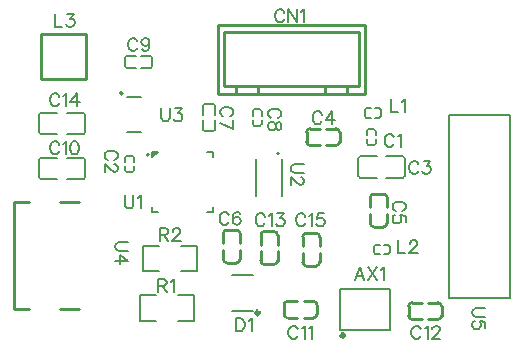
<source format=gto>
G04 Layer: TopSilkscreenLayer*
G04 EasyEDA v6.5.38, 2023-12-06 09:12:40*
G04 2fcdab7b901048e2a74d22cb32d7f605,cc522e7a65ad493f8bbdbc3af6dfe8a3,10*
G04 Gerber Generator version 0.2*
G04 Scale: 100 percent, Rotated: No, Reflected: No *
G04 Dimensions in millimeters *
G04 leading zeros omitted , absolute positions ,4 integer and 5 decimal *
%FSLAX45Y45*%
%MOMM*%

%ADD10C,0.1524*%
%ADD11C,0.2032*%
%ADD12C,0.2540*%
%ADD13C,0.1520*%
%ADD14C,0.2000*%
%ADD15C,0.3000*%
%ADD16C,0.0158*%

%LPD*%
D10*
X3875277Y4966207D02*
G01*
X3869943Y4976621D01*
X3859529Y4987036D01*
X3849370Y4992115D01*
X3828541Y4992115D01*
X3818127Y4987036D01*
X3807713Y4976621D01*
X3802379Y4966207D01*
X3797300Y4950460D01*
X3797300Y4924552D01*
X3802379Y4909057D01*
X3807713Y4898644D01*
X3818127Y4888229D01*
X3828541Y4883150D01*
X3849370Y4883150D01*
X3859529Y4888229D01*
X3869943Y4898644D01*
X3875277Y4909057D01*
X3909568Y4971287D02*
G01*
X3919981Y4976621D01*
X3935475Y4992115D01*
X3935475Y4883150D01*
X3584956Y3861815D02*
G01*
X3543300Y3752850D01*
X3584956Y3861815D02*
G01*
X3626358Y3752850D01*
X3558793Y3789171D02*
G01*
X3610863Y3789171D01*
X3660647Y3861815D02*
G01*
X3733545Y3752850D01*
X3733545Y3861815D02*
G01*
X3660647Y3752850D01*
X3767836Y3840987D02*
G01*
X3778250Y3846321D01*
X3793743Y3861815D01*
X3793743Y3752850D01*
X1509776Y4773421D02*
G01*
X1520189Y4778755D01*
X1530604Y4789170D01*
X1535684Y4799329D01*
X1535684Y4820157D01*
X1530604Y4830571D01*
X1520189Y4840986D01*
X1509776Y4846320D01*
X1494028Y4851400D01*
X1468120Y4851400D01*
X1452626Y4846320D01*
X1442212Y4840986D01*
X1431797Y4830571D01*
X1426718Y4820157D01*
X1426718Y4799329D01*
X1431797Y4789170D01*
X1442212Y4778755D01*
X1452626Y4773421D01*
X1509776Y4734052D02*
G01*
X1514855Y4734052D01*
X1525270Y4728718D01*
X1530604Y4723637D01*
X1535684Y4713223D01*
X1535684Y4692395D01*
X1530604Y4681981D01*
X1525270Y4676902D01*
X1514855Y4671568D01*
X1504442Y4671568D01*
X1494028Y4676902D01*
X1478534Y4687315D01*
X1426718Y4739131D01*
X1426718Y4666487D01*
X2896108Y5129021D02*
G01*
X2906522Y5134355D01*
X2916936Y5144770D01*
X2922015Y5154929D01*
X2922015Y5175757D01*
X2916936Y5186171D01*
X2906522Y5196586D01*
X2896108Y5201920D01*
X2880359Y5207000D01*
X2854452Y5207000D01*
X2838958Y5201920D01*
X2828543Y5196586D01*
X2818129Y5186171D01*
X2813050Y5175757D01*
X2813050Y5154929D01*
X2818129Y5144770D01*
X2828543Y5134355D01*
X2838958Y5129021D01*
X2922015Y5068823D02*
G01*
X2916936Y5084318D01*
X2906522Y5089652D01*
X2896108Y5089652D01*
X2885693Y5084318D01*
X2880359Y5073904D01*
X2875279Y5053329D01*
X2870200Y5037581D01*
X2859786Y5027168D01*
X2849372Y5022087D01*
X2833624Y5022087D01*
X2823209Y5027168D01*
X2818129Y5032502D01*
X2813050Y5047995D01*
X2813050Y5068823D01*
X2818129Y5084318D01*
X2823209Y5089652D01*
X2833624Y5094731D01*
X2849372Y5094731D01*
X2859786Y5089652D01*
X2870200Y5079237D01*
X2875279Y5063489D01*
X2880359Y5042915D01*
X2885693Y5032502D01*
X2896108Y5027168D01*
X2906522Y5027168D01*
X2916936Y5032502D01*
X2922015Y5047995D01*
X2922015Y5068823D01*
X4083050Y4737607D02*
G01*
X4077715Y4748021D01*
X4067302Y4758436D01*
X4057141Y4763515D01*
X4036313Y4763515D01*
X4025900Y4758436D01*
X4015486Y4748021D01*
X4010152Y4737607D01*
X4005072Y4721860D01*
X4005072Y4695952D01*
X4010152Y4680457D01*
X4015486Y4670044D01*
X4025900Y4659629D01*
X4036313Y4654550D01*
X4057141Y4654550D01*
X4067302Y4659629D01*
X4077715Y4670044D01*
X4083050Y4680457D01*
X4127754Y4763515D02*
G01*
X4184904Y4763515D01*
X4153661Y4721860D01*
X4169156Y4721860D01*
X4179570Y4716779D01*
X4184904Y4711700D01*
X4189984Y4695952D01*
X4189984Y4685537D01*
X4184904Y4670044D01*
X4174490Y4659629D01*
X4158741Y4654550D01*
X4143247Y4654550D01*
X4127754Y4659629D01*
X4122420Y4664710D01*
X4117340Y4675123D01*
X1043178Y4902707D02*
G01*
X1037844Y4913121D01*
X1027429Y4923536D01*
X1017270Y4928615D01*
X996442Y4928615D01*
X986028Y4923536D01*
X975613Y4913121D01*
X970279Y4902707D01*
X965200Y4886960D01*
X965200Y4861052D01*
X970279Y4845557D01*
X975613Y4835144D01*
X986028Y4824729D01*
X996442Y4819650D01*
X1017270Y4819650D01*
X1027429Y4824729D01*
X1037844Y4835144D01*
X1043178Y4845557D01*
X1077468Y4907787D02*
G01*
X1087881Y4913121D01*
X1103376Y4928615D01*
X1103376Y4819650D01*
X1168907Y4928615D02*
G01*
X1153160Y4923536D01*
X1143000Y4907787D01*
X1137665Y4881879D01*
X1137665Y4866386D01*
X1143000Y4840223D01*
X1153160Y4824729D01*
X1168907Y4819650D01*
X1179321Y4819650D01*
X1194815Y4824729D01*
X1205229Y4840223D01*
X1210310Y4866386D01*
X1210310Y4881879D01*
X1205229Y4907787D01*
X1194815Y4923536D01*
X1179321Y4928615D01*
X1168907Y4928615D01*
X1043178Y5309107D02*
G01*
X1037844Y5319521D01*
X1027429Y5329936D01*
X1017270Y5335015D01*
X996442Y5335015D01*
X986028Y5329936D01*
X975613Y5319521D01*
X970279Y5309107D01*
X965200Y5293360D01*
X965200Y5267452D01*
X970279Y5251957D01*
X975613Y5241544D01*
X986028Y5231129D01*
X996442Y5226050D01*
X1017270Y5226050D01*
X1027429Y5231129D01*
X1037844Y5241544D01*
X1043178Y5251957D01*
X1077468Y5314187D02*
G01*
X1087881Y5319521D01*
X1103376Y5335015D01*
X1103376Y5226050D01*
X1189736Y5335015D02*
G01*
X1137665Y5262371D01*
X1215644Y5262371D01*
X1189736Y5335015D02*
G01*
X1189736Y5226050D01*
X3265677Y5156707D02*
G01*
X3260343Y5167121D01*
X3249929Y5177536D01*
X3239770Y5182615D01*
X3218941Y5182615D01*
X3208527Y5177536D01*
X3198113Y5167121D01*
X3192779Y5156707D01*
X3187700Y5140960D01*
X3187700Y5115052D01*
X3192779Y5099557D01*
X3198113Y5089144D01*
X3208527Y5078729D01*
X3218941Y5073650D01*
X3239770Y5073650D01*
X3249929Y5078729D01*
X3260343Y5089144D01*
X3265677Y5099557D01*
X3351784Y5182615D02*
G01*
X3299968Y5109971D01*
X3377945Y5109971D01*
X3351784Y5182615D02*
G01*
X3351784Y5073650D01*
X3948175Y4341621D02*
G01*
X3958590Y4346955D01*
X3969004Y4357370D01*
X3974084Y4367529D01*
X3974084Y4388357D01*
X3969004Y4398771D01*
X3958590Y4409186D01*
X3948175Y4414520D01*
X3932427Y4419600D01*
X3906520Y4419600D01*
X3891025Y4414520D01*
X3880611Y4409186D01*
X3870197Y4398771D01*
X3865118Y4388357D01*
X3865118Y4367529D01*
X3870197Y4357370D01*
X3880611Y4346955D01*
X3891025Y4341621D01*
X3974084Y4245102D02*
G01*
X3974084Y4296918D01*
X3927347Y4302252D01*
X3932427Y4296918D01*
X3937761Y4281423D01*
X3937761Y4265929D01*
X3932427Y4250181D01*
X3922268Y4239768D01*
X3906520Y4234687D01*
X3896106Y4234687D01*
X3880611Y4239768D01*
X3870197Y4250181D01*
X3865118Y4265929D01*
X3865118Y4281423D01*
X3870197Y4296918D01*
X3875277Y4302252D01*
X3885691Y4307331D01*
X2478277Y4305807D02*
G01*
X2472943Y4316221D01*
X2462529Y4326636D01*
X2452370Y4331715D01*
X2431541Y4331715D01*
X2421127Y4326636D01*
X2410713Y4316221D01*
X2405379Y4305807D01*
X2400300Y4290060D01*
X2400300Y4264152D01*
X2405379Y4248657D01*
X2410713Y4238244D01*
X2421127Y4227829D01*
X2431541Y4222750D01*
X2452370Y4222750D01*
X2462529Y4227829D01*
X2472943Y4238244D01*
X2478277Y4248657D01*
X2574797Y4316221D02*
G01*
X2569718Y4326636D01*
X2553970Y4331715D01*
X2543809Y4331715D01*
X2528061Y4326636D01*
X2517647Y4310887D01*
X2512568Y4284979D01*
X2512568Y4259071D01*
X2517647Y4238244D01*
X2528061Y4227829D01*
X2543809Y4222750D01*
X2548890Y4222750D01*
X2564384Y4227829D01*
X2574797Y4238244D01*
X2580131Y4253737D01*
X2580131Y4259071D01*
X2574797Y4274565D01*
X2564384Y4284979D01*
X2548890Y4290060D01*
X2543809Y4290060D01*
X2528061Y4284979D01*
X2517647Y4274565D01*
X2512568Y4259071D01*
X3060445Y3340607D02*
G01*
X3055111Y3351021D01*
X3044697Y3361436D01*
X3034538Y3366515D01*
X3013709Y3366515D01*
X3003295Y3361436D01*
X2992881Y3351021D01*
X2987547Y3340607D01*
X2982468Y3324860D01*
X2982468Y3298952D01*
X2987547Y3283457D01*
X2992881Y3273044D01*
X3003295Y3262629D01*
X3013709Y3257550D01*
X3034538Y3257550D01*
X3044697Y3262629D01*
X3055111Y3273044D01*
X3060445Y3283457D01*
X3094736Y3345687D02*
G01*
X3105150Y3351021D01*
X3120643Y3366515D01*
X3120643Y3257550D01*
X3154934Y3345687D02*
G01*
X3165347Y3351021D01*
X3180841Y3366515D01*
X3180841Y3257550D01*
X4101845Y3340607D02*
G01*
X4096511Y3351021D01*
X4086097Y3361436D01*
X4075938Y3366515D01*
X4055109Y3366515D01*
X4044695Y3361436D01*
X4034281Y3351021D01*
X4028947Y3340607D01*
X4023868Y3324860D01*
X4023868Y3298952D01*
X4028947Y3283457D01*
X4034281Y3273044D01*
X4044695Y3262629D01*
X4055109Y3257550D01*
X4075938Y3257550D01*
X4086097Y3262629D01*
X4096511Y3273044D01*
X4101845Y3283457D01*
X4136136Y3345687D02*
G01*
X4146550Y3351021D01*
X4162043Y3366515D01*
X4162043Y3257550D01*
X4201668Y3340607D02*
G01*
X4201668Y3345687D01*
X4206747Y3356102D01*
X4211827Y3361436D01*
X4222241Y3366515D01*
X4243070Y3366515D01*
X4253484Y3361436D01*
X4258818Y3356102D01*
X4263897Y3345687D01*
X4263897Y3335273D01*
X4258818Y3324860D01*
X4248404Y3309365D01*
X4196334Y3257550D01*
X4268977Y3257550D01*
X2783077Y4293107D02*
G01*
X2777743Y4303521D01*
X2767329Y4313936D01*
X2757170Y4319015D01*
X2736341Y4319015D01*
X2725927Y4313936D01*
X2715513Y4303521D01*
X2710179Y4293107D01*
X2705100Y4277360D01*
X2705100Y4251452D01*
X2710179Y4235957D01*
X2715513Y4225544D01*
X2725927Y4215129D01*
X2736341Y4210050D01*
X2757170Y4210050D01*
X2767329Y4215129D01*
X2777743Y4225544D01*
X2783077Y4235957D01*
X2817368Y4298187D02*
G01*
X2827781Y4303521D01*
X2843275Y4319015D01*
X2843275Y4210050D01*
X2887979Y4319015D02*
G01*
X2945129Y4319015D01*
X2913888Y4277360D01*
X2929636Y4277360D01*
X2940050Y4272279D01*
X2945129Y4267200D01*
X2950209Y4251452D01*
X2950209Y4241037D01*
X2945129Y4225544D01*
X2934715Y4215129D01*
X2919222Y4210050D01*
X2903474Y4210050D01*
X2887979Y4215129D01*
X2882900Y4220210D01*
X2877565Y4230623D01*
X3125977Y4293107D02*
G01*
X3120643Y4303521D01*
X3110229Y4313936D01*
X3100070Y4319015D01*
X3079241Y4319015D01*
X3068827Y4313936D01*
X3058413Y4303521D01*
X3053079Y4293107D01*
X3048000Y4277360D01*
X3048000Y4251452D01*
X3053079Y4235957D01*
X3058413Y4225544D01*
X3068827Y4215129D01*
X3079241Y4210050D01*
X3100070Y4210050D01*
X3110229Y4215129D01*
X3120643Y4225544D01*
X3125977Y4235957D01*
X3160268Y4298187D02*
G01*
X3170681Y4303521D01*
X3186175Y4319015D01*
X3186175Y4210050D01*
X3282950Y4319015D02*
G01*
X3230879Y4319015D01*
X3225800Y4272279D01*
X3230879Y4277360D01*
X3246374Y4282694D01*
X3262122Y4282694D01*
X3277615Y4277360D01*
X3288029Y4267200D01*
X3293109Y4251452D01*
X3293109Y4241037D01*
X3288029Y4225544D01*
X3277615Y4215129D01*
X3262122Y4210050D01*
X3246374Y4210050D01*
X3230879Y4215129D01*
X3225800Y4220210D01*
X3220465Y4230623D01*
X2489708Y5141721D02*
G01*
X2500122Y5147055D01*
X2510536Y5157470D01*
X2515615Y5167629D01*
X2515615Y5188457D01*
X2510536Y5198871D01*
X2500122Y5209286D01*
X2489708Y5214620D01*
X2473959Y5219700D01*
X2448052Y5219700D01*
X2432558Y5214620D01*
X2422143Y5209286D01*
X2411729Y5198871D01*
X2406650Y5188457D01*
X2406650Y5167629D01*
X2411729Y5157470D01*
X2422143Y5147055D01*
X2432558Y5141721D01*
X2515615Y5034787D02*
G01*
X2406650Y5086604D01*
X2515615Y5107431D02*
G01*
X2515615Y5034787D01*
X1703578Y5779007D02*
G01*
X1698244Y5789421D01*
X1687829Y5799836D01*
X1677670Y5804915D01*
X1656842Y5804915D01*
X1646428Y5799836D01*
X1636013Y5789421D01*
X1630679Y5779007D01*
X1625600Y5763260D01*
X1625600Y5737352D01*
X1630679Y5721857D01*
X1636013Y5711444D01*
X1646428Y5701029D01*
X1656842Y5695950D01*
X1677670Y5695950D01*
X1687829Y5701029D01*
X1698244Y5711444D01*
X1703578Y5721857D01*
X1805431Y5768594D02*
G01*
X1800097Y5753100D01*
X1789684Y5742686D01*
X1774189Y5737352D01*
X1769110Y5737352D01*
X1753362Y5742686D01*
X1742947Y5753100D01*
X1737868Y5768594D01*
X1737868Y5773673D01*
X1742947Y5789421D01*
X1753362Y5799836D01*
X1769110Y5804915D01*
X1774189Y5804915D01*
X1789684Y5799836D01*
X1800097Y5789421D01*
X1805431Y5768594D01*
X1805431Y5742686D01*
X1800097Y5716523D01*
X1789684Y5701029D01*
X1774189Y5695950D01*
X1763776Y5695950D01*
X1748281Y5701029D01*
X1742947Y5711444D01*
X2948177Y6020307D02*
G01*
X2942843Y6030721D01*
X2932429Y6041136D01*
X2922270Y6046215D01*
X2901441Y6046215D01*
X2891027Y6041136D01*
X2880613Y6030721D01*
X2875279Y6020307D01*
X2870200Y6004560D01*
X2870200Y5978652D01*
X2875279Y5963157D01*
X2880613Y5952744D01*
X2891027Y5942329D01*
X2901441Y5937250D01*
X2922270Y5937250D01*
X2932429Y5942329D01*
X2942843Y5952744D01*
X2948177Y5963157D01*
X2982468Y6046215D02*
G01*
X2982468Y5937250D01*
X2982468Y6046215D02*
G01*
X3055111Y5937250D01*
X3055111Y6046215D02*
G01*
X3055111Y5937250D01*
X3089402Y6025387D02*
G01*
X3099815Y6030721D01*
X3115309Y6046215D01*
X3115309Y5937250D01*
X2540000Y3430015D02*
G01*
X2540000Y3321050D01*
X2540000Y3430015D02*
G01*
X2576322Y3430015D01*
X2592070Y3424936D01*
X2602229Y3414521D01*
X2607563Y3404107D01*
X2612643Y3388360D01*
X2612643Y3362452D01*
X2607563Y3346957D01*
X2602229Y3336544D01*
X2592070Y3326129D01*
X2576322Y3321050D01*
X2540000Y3321050D01*
X2646934Y3409187D02*
G01*
X2657347Y3414521D01*
X2673095Y3430015D01*
X2673095Y3321050D01*
X3848100Y5284215D02*
G01*
X3848100Y5175250D01*
X3848100Y5175250D02*
G01*
X3910329Y5175250D01*
X3944620Y5263387D02*
G01*
X3955034Y5268721D01*
X3970781Y5284215D01*
X3970781Y5175250D01*
X3909568Y4090415D02*
G01*
X3909568Y3981450D01*
X3909568Y3981450D02*
G01*
X3971797Y3981450D01*
X4011422Y4064507D02*
G01*
X4011422Y4069587D01*
X4016502Y4080002D01*
X4021836Y4085336D01*
X4032250Y4090415D01*
X4053077Y4090415D01*
X4063238Y4085336D01*
X4068572Y4080002D01*
X4073652Y4069587D01*
X4073652Y4059173D01*
X4068572Y4048760D01*
X4058158Y4033265D01*
X4006088Y3981450D01*
X4078986Y3981450D01*
X1003300Y6008115D02*
G01*
X1003300Y5899150D01*
X1003300Y5899150D02*
G01*
X1065529Y5899150D01*
X1110234Y6008115D02*
G01*
X1167384Y6008115D01*
X1136395Y5966460D01*
X1151889Y5966460D01*
X1162304Y5961379D01*
X1167384Y5956300D01*
X1172718Y5940552D01*
X1172718Y5930137D01*
X1167384Y5914644D01*
X1156970Y5904229D01*
X1141476Y5899150D01*
X1125981Y5899150D01*
X1110234Y5904229D01*
X1105154Y5909310D01*
X1099820Y5919723D01*
X1879600Y3760215D02*
G01*
X1879600Y3651250D01*
X1879600Y3760215D02*
G01*
X1926336Y3760215D01*
X1941829Y3755136D01*
X1947163Y3749802D01*
X1952243Y3739387D01*
X1952243Y3728973D01*
X1947163Y3718560D01*
X1941829Y3713479D01*
X1926336Y3708400D01*
X1879600Y3708400D01*
X1915921Y3708400D02*
G01*
X1952243Y3651250D01*
X1986534Y3739387D02*
G01*
X1996947Y3744721D01*
X2012695Y3760215D01*
X2012695Y3651250D01*
X1892300Y4192015D02*
G01*
X1892300Y4083050D01*
X1892300Y4192015D02*
G01*
X1939036Y4192015D01*
X1954529Y4186936D01*
X1959863Y4181602D01*
X1964943Y4171187D01*
X1964943Y4160773D01*
X1959863Y4150360D01*
X1954529Y4145279D01*
X1939036Y4140200D01*
X1892300Y4140200D01*
X1928621Y4140200D02*
G01*
X1964943Y4083050D01*
X2004568Y4166107D02*
G01*
X2004568Y4171187D01*
X2009647Y4181602D01*
X2014981Y4186936D01*
X2025395Y4192015D01*
X2045970Y4192015D01*
X2056384Y4186936D01*
X2061718Y4181602D01*
X2066797Y4171187D01*
X2066797Y4160773D01*
X2061718Y4150360D01*
X2051304Y4134865D01*
X1999234Y4083050D01*
X2072131Y4083050D01*
X1598168Y4471415D02*
G01*
X1598168Y4393437D01*
X1603247Y4377944D01*
X1613662Y4367529D01*
X1629410Y4362450D01*
X1639823Y4362450D01*
X1655318Y4367529D01*
X1665731Y4377944D01*
X1670812Y4393437D01*
X1670812Y4471415D01*
X1705102Y4450587D02*
G01*
X1715515Y4455921D01*
X1731263Y4471415D01*
X1731263Y4362450D01*
X3112515Y4737100D02*
G01*
X3034538Y4737100D01*
X3019043Y4732020D01*
X3008629Y4721605D01*
X3003550Y4705857D01*
X3003550Y4695444D01*
X3008629Y4679950D01*
X3019043Y4669536D01*
X3034538Y4664455D01*
X3112515Y4664455D01*
X3086608Y4624831D02*
G01*
X3091688Y4624831D01*
X3102102Y4619752D01*
X3107436Y4614418D01*
X3112515Y4604004D01*
X3112515Y4583429D01*
X3107436Y4573015D01*
X3102102Y4567681D01*
X3091688Y4562602D01*
X3081274Y4562602D01*
X3070859Y4567681D01*
X3055365Y4578095D01*
X3003550Y4630165D01*
X3003550Y4557268D01*
X1905000Y5208015D02*
G01*
X1905000Y5130037D01*
X1910079Y5114544D01*
X1920494Y5104129D01*
X1936241Y5099050D01*
X1946656Y5099050D01*
X1962150Y5104129D01*
X1972563Y5114544D01*
X1977643Y5130037D01*
X1977643Y5208015D01*
X2022347Y5208015D02*
G01*
X2079497Y5208015D01*
X2048509Y5166360D01*
X2064004Y5166360D01*
X2074418Y5161279D01*
X2079497Y5156200D01*
X2084831Y5140452D01*
X2084831Y5130037D01*
X2079497Y5114544D01*
X2069084Y5104129D01*
X2053590Y5099050D01*
X2038095Y5099050D01*
X2022347Y5104129D01*
X2017268Y5109210D01*
X2011934Y5119623D01*
X1626615Y4076700D02*
G01*
X1548637Y4076700D01*
X1533144Y4071620D01*
X1522729Y4061205D01*
X1517650Y4045457D01*
X1517650Y4035044D01*
X1522729Y4019550D01*
X1533144Y4009136D01*
X1548637Y4004055D01*
X1626615Y4004055D01*
X1626615Y3917695D02*
G01*
X1553971Y3969765D01*
X1553971Y3891787D01*
X1626615Y3917695D02*
G01*
X1517650Y3917695D01*
X4649215Y3517900D02*
G01*
X4571238Y3517900D01*
X4555743Y3512820D01*
X4545329Y3502405D01*
X4540250Y3486657D01*
X4540250Y3476244D01*
X4545329Y3460750D01*
X4555743Y3450336D01*
X4571238Y3445255D01*
X4649215Y3445255D01*
X4649215Y3348481D02*
G01*
X4649215Y3400552D01*
X4602479Y3405631D01*
X4607559Y3400552D01*
X4612893Y3384804D01*
X4612893Y3369310D01*
X4607559Y3353815D01*
X4597400Y3343402D01*
X4581652Y3338068D01*
X4571238Y3338068D01*
X4555743Y3343402D01*
X4545329Y3353815D01*
X4540250Y3369310D01*
X4540250Y3384804D01*
X4545329Y3400552D01*
X4550409Y3405631D01*
X4560824Y3410965D01*
G36*
X1872792Y4842306D02*
G01*
X1825193Y4834686D01*
X1825193Y4792726D01*
X1872792Y4840376D01*
G37*
X3643939Y5019164D02*
G01*
X3643939Y4982319D01*
X3722060Y4982319D02*
G01*
X3722060Y5019164D01*
X3706820Y5034404D02*
G01*
X3659179Y5034404D01*
X3643939Y4912235D02*
G01*
X3643939Y4949080D01*
X3722060Y4949080D02*
G01*
X3722060Y4912235D01*
X3706820Y4896995D02*
G01*
X3659179Y4896995D01*
D11*
X3422190Y3335207D02*
G01*
X3842189Y3335207D01*
X3842189Y3675207D01*
X3422190Y3675207D01*
X3422190Y3335207D01*
D10*
X1599239Y4790564D02*
G01*
X1599239Y4753719D01*
X1677360Y4753719D02*
G01*
X1677360Y4790564D01*
X1662120Y4805804D02*
G01*
X1614479Y4805804D01*
X1599239Y4683635D02*
G01*
X1599239Y4720480D01*
X1677360Y4720480D02*
G01*
X1677360Y4683635D01*
X1662120Y4668395D02*
G01*
X1614479Y4668395D01*
X2756860Y5077335D02*
G01*
X2756860Y5114180D01*
X2678739Y5114180D02*
G01*
X2678739Y5077335D01*
X2693979Y5062095D02*
G01*
X2741620Y5062095D01*
X2756860Y5184264D02*
G01*
X2756860Y5147419D01*
X2678739Y5147419D02*
G01*
X2678739Y5184264D01*
X2693979Y5199504D02*
G01*
X2741620Y5199504D01*
X3953019Y4802060D02*
G01*
X3812019Y4802060D01*
X3812019Y4621339D02*
G01*
X3953019Y4621339D01*
X3968259Y4636579D02*
G01*
X3968259Y4786820D01*
X3590780Y4802060D02*
G01*
X3731780Y4802060D01*
X3731780Y4621339D02*
G01*
X3590780Y4621339D01*
X3575540Y4636579D02*
G01*
X3575540Y4786820D01*
X1247919Y4789360D02*
G01*
X1106919Y4789360D01*
X1106919Y4608639D02*
G01*
X1247919Y4608639D01*
X1263159Y4623879D02*
G01*
X1263159Y4774120D01*
X885680Y4789360D02*
G01*
X1026680Y4789360D01*
X1026680Y4608639D02*
G01*
X885680Y4608639D01*
X870440Y4623879D02*
G01*
X870440Y4774120D01*
X1247919Y5170360D02*
G01*
X1106919Y5170360D01*
X1106919Y4989639D02*
G01*
X1247919Y4989639D01*
X1263159Y5004879D02*
G01*
X1263159Y5155120D01*
X885680Y5170360D02*
G01*
X1026680Y5170360D01*
X1026680Y4989639D02*
G01*
X885680Y4989639D01*
X870440Y5004879D02*
G01*
X870440Y5155120D01*
D12*
X3415601Y5005677D02*
G01*
X3415601Y4925674D01*
X3304626Y5036662D02*
G01*
X3384623Y5036662D01*
X3304626Y4894696D02*
G01*
X3384623Y4894696D01*
X3247036Y5037244D02*
G01*
X3167037Y5037244D01*
X3136054Y5006261D02*
G01*
X3136054Y4926263D01*
X3247036Y4895283D02*
G01*
X3167037Y4895283D01*
X3786477Y4204398D02*
G01*
X3706474Y4204398D01*
X3817462Y4315373D02*
G01*
X3817462Y4235376D01*
X3675496Y4315373D02*
G01*
X3675496Y4235376D01*
X3818044Y4372963D02*
G01*
X3818044Y4452962D01*
X3787061Y4483945D02*
G01*
X3707063Y4483945D01*
X3676083Y4372963D02*
G01*
X3676083Y4452962D01*
X2541877Y3899598D02*
G01*
X2461874Y3899598D01*
X2572862Y4010573D02*
G01*
X2572862Y3930576D01*
X2430896Y4010573D02*
G01*
X2430896Y3930576D01*
X2573444Y4068163D02*
G01*
X2573444Y4148162D01*
X2542461Y4179145D02*
G01*
X2462463Y4179145D01*
X2431483Y4068163D02*
G01*
X2431483Y4148162D01*
X3225101Y3545177D02*
G01*
X3225101Y3465174D01*
X3114126Y3576162D02*
G01*
X3194123Y3576162D01*
X3114126Y3434196D02*
G01*
X3194123Y3434196D01*
X3056536Y3576744D02*
G01*
X2976537Y3576744D01*
X2945554Y3545761D02*
G01*
X2945554Y3465763D01*
X3056536Y3434783D02*
G01*
X2976537Y3434783D01*
X4279201Y3532477D02*
G01*
X4279201Y3452474D01*
X4168226Y3563462D02*
G01*
X4248223Y3563462D01*
X4168226Y3421496D02*
G01*
X4248223Y3421496D01*
X4110636Y3564044D02*
G01*
X4030637Y3564044D01*
X3999654Y3533061D02*
G01*
X3999654Y3453063D01*
X4110636Y3422083D02*
G01*
X4030637Y3422083D01*
X2859377Y3886898D02*
G01*
X2779374Y3886898D01*
X2890362Y3997873D02*
G01*
X2890362Y3917876D01*
X2748396Y3997873D02*
G01*
X2748396Y3917876D01*
X2890944Y4055463D02*
G01*
X2890944Y4135462D01*
X2859961Y4166445D02*
G01*
X2779963Y4166445D01*
X2748983Y4055463D02*
G01*
X2748983Y4135462D01*
X3214977Y3874198D02*
G01*
X3134974Y3874198D01*
X3245962Y3985173D02*
G01*
X3245962Y3905176D01*
X3103996Y3985173D02*
G01*
X3103996Y3905176D01*
X3246544Y4042763D02*
G01*
X3246544Y4122762D01*
X3215561Y4153745D02*
G01*
X3135563Y4153745D01*
X3104583Y4042763D02*
G01*
X3104583Y4122762D01*
D10*
X2361260Y5029169D02*
G01*
X2361260Y5108178D01*
X2261539Y5108178D02*
G01*
X2261539Y5029169D01*
X2276779Y5013929D02*
G01*
X2346020Y5013929D01*
X2361260Y5232430D02*
G01*
X2361260Y5153421D01*
X2261539Y5153421D02*
G01*
X2261539Y5232430D01*
X2276779Y5247670D02*
G01*
X2346020Y5247670D01*
X1816130Y5650560D02*
G01*
X1737121Y5650560D01*
X1737121Y5550839D02*
G01*
X1816130Y5550839D01*
X1831370Y5566079D02*
G01*
X1831370Y5635320D01*
X1612869Y5650560D02*
G01*
X1691878Y5650560D01*
X1691878Y5550839D02*
G01*
X1612869Y5550839D01*
X1597629Y5566079D02*
G01*
X1597629Y5635320D01*
D12*
X3634894Y5912599D02*
G01*
X3634894Y5334000D01*
X3634894Y5912599D02*
G01*
X2384894Y5912599D01*
X2384894Y5912599D02*
G01*
X2384894Y5332600D01*
X3634894Y5332600D02*
G01*
X2384894Y5332600D01*
X2435097Y5854700D02*
G01*
X3581400Y5854700D01*
X3581400Y5397500D01*
X2435097Y5397500D01*
X2435097Y5854700D01*
X2536697Y5397500D02*
G01*
X2727197Y5397500D01*
X2727197Y5334000D01*
X2536697Y5334000D01*
X2536697Y5397500D01*
X3289300Y5397500D02*
G01*
X3479800Y5397500D01*
X3479800Y5334000D01*
X3289300Y5334000D01*
X3289300Y5397500D01*
D10*
X2679720Y3798818D02*
G01*
X2501879Y3798818D01*
X2679720Y3490981D02*
G01*
X2501879Y3490981D01*
X3679080Y5207960D02*
G01*
X3642235Y5207960D01*
X3626995Y5192720D01*
X3626995Y5145079D01*
X3642235Y5129839D01*
X3679080Y5129839D01*
X3712319Y5207960D02*
G01*
X3749164Y5207960D01*
X3764404Y5192720D01*
X3764404Y5145079D01*
X3749164Y5129839D01*
X3712319Y5129839D01*
X3788519Y3974139D02*
G01*
X3825364Y3974139D01*
X3840604Y3989379D01*
X3840604Y4037020D01*
X3825364Y4052260D01*
X3788519Y4052260D01*
X3755280Y3974139D02*
G01*
X3718435Y3974139D01*
X3703195Y3989379D01*
X3703195Y4037020D01*
X3718435Y4052260D01*
X3755280Y4052260D01*
D12*
X1269497Y5841494D02*
G01*
X889495Y5841494D01*
X889495Y5461500D01*
X1269497Y5461500D01*
X1269497Y5841494D01*
D10*
X2050920Y3409990D02*
G01*
X2186912Y3409990D01*
X2186912Y3625809D01*
X2050920Y3625809D01*
X1860679Y3409990D02*
G01*
X1724687Y3409990D01*
X1724687Y3625809D01*
X1860679Y3625809D01*
X2076320Y3829090D02*
G01*
X2212312Y3829090D01*
X2212312Y4044909D01*
X2076320Y4044909D01*
X1886079Y3829090D02*
G01*
X1750087Y3829090D01*
X1750087Y4044909D01*
X1886079Y4044909D01*
D13*
X1874751Y4842319D02*
G01*
X1825180Y4792748D01*
D10*
X2290848Y4842319D02*
G01*
X2340419Y4842319D01*
X2340419Y4792748D01*
X2290848Y4327080D02*
G01*
X2340419Y4327080D01*
X2340419Y4376651D01*
X1874751Y4842319D02*
G01*
X1825180Y4842319D01*
X1825180Y4792748D01*
X1874751Y4327080D02*
G01*
X1825180Y4327080D01*
X1825180Y4376651D01*
X2711767Y4780404D02*
G01*
X2711767Y4465167D01*
X2927014Y4465167D02*
G01*
X2927014Y4780404D01*
D14*
X1733585Y5006200D02*
G01*
X1619214Y5006200D01*
X1619194Y5306199D02*
G01*
X1733626Y5306199D01*
D12*
X659208Y3512403D02*
G01*
X785700Y3512403D01*
X659208Y4412401D02*
G01*
X785700Y4412401D01*
X1045702Y4412401D02*
G01*
X1205702Y4412401D01*
X659208Y3512403D02*
G01*
X659208Y4412401D01*
X1045702Y3512403D02*
G01*
X1205702Y3512403D01*
D14*
X4342546Y5105295D02*
G01*
X4342546Y5155295D01*
X4442546Y5155295D01*
X4862545Y5155295D01*
X4862598Y5155399D02*
G01*
X4862598Y4995397D01*
X4862598Y3605403D01*
X4862598Y3605403D02*
G01*
X4342599Y3605403D01*
X4342599Y5105400D02*
G01*
X4342599Y3605403D01*
D10*
G75*
G01*
X3722060Y5019164D02*
G03*
X3706820Y5034404I-15240J0D01*
G75*
G01*
X3659180Y5034404D02*
G03*
X3643940Y5019164I0J-15240D01*
G75*
G01*
X3722060Y4912236D02*
G02*
X3706820Y4896996I-15240J0D01*
G75*
G01*
X3659180Y4896996D02*
G02*
X3643940Y4912236I0J15240D01*
D15*
G75*
G01*
X3442198Y3300230D02*
G03*
X3442452Y3300230I127J-15001D01*
D10*
G75*
G01*
X1677360Y4790564D02*
G03*
X1662120Y4805804I-15240J0D01*
G75*
G01*
X1614480Y4805804D02*
G03*
X1599240Y4790564I0J-15240D01*
G75*
G01*
X1677360Y4683636D02*
G02*
X1662120Y4668396I-15240J0D01*
G75*
G01*
X1614480Y4668396D02*
G02*
X1599240Y4683636I0J15240D01*
G75*
G01*
X2678740Y5077336D02*
G03*
X2693980Y5062096I15240J0D01*
G75*
G01*
X2741620Y5062096D02*
G03*
X2756860Y5077336I0J15240D01*
G75*
G01*
X2678740Y5184264D02*
G02*
X2693980Y5199504I15240J0D01*
G75*
G01*
X2741620Y5199504D02*
G02*
X2756860Y5184264I0J-15240D01*
G75*
G01*
X3953020Y4621340D02*
G03*
X3968260Y4636580I0J15240D01*
G75*
G01*
X3968260Y4786820D02*
G03*
X3953020Y4802060I-15240J0D01*
G75*
G01*
X3590780Y4621340D02*
G02*
X3575540Y4636580I0J15240D01*
G75*
G01*
X3575540Y4786820D02*
G02*
X3590780Y4802060I15240J0D01*
G75*
G01*
X1247920Y4608640D02*
G03*
X1263160Y4623880I0J15240D01*
G75*
G01*
X1263160Y4774120D02*
G03*
X1247920Y4789360I-15240J0D01*
G75*
G01*
X885680Y4608640D02*
G02*
X870440Y4623880I0J15240D01*
G75*
G01*
X870440Y4774120D02*
G02*
X885680Y4789360I15240J0D01*
G75*
G01*
X1247920Y4989640D02*
G03*
X1263160Y5004880I0J15240D01*
G75*
G01*
X1263160Y5155120D02*
G03*
X1247920Y5170360I-15240J0D01*
G75*
G01*
X885680Y4989640D02*
G02*
X870440Y5004880I0J15240D01*
G75*
G01*
X870440Y5155120D02*
G02*
X885680Y5170360I15240J0D01*
D12*
G75*
G01*
X3136049Y5006261D02*
G02*
X3167032Y5037244I30983J0D01*
G75*
G01*
X3167032Y4895278D02*
G02*
X3136049Y4926264I0J30983D01*
G75*
G01*
X3384619Y5036663D02*
G02*
X3415601Y5005677I0J-30983D01*
G75*
G01*
X3415601Y4925680D02*
G02*
X3384619Y4894697I-30982J0D01*
G75*
G01*
X3787061Y4483951D02*
G02*
X3818044Y4452968I0J-30983D01*
G75*
G01*
X3676078Y4452968D02*
G02*
X3707064Y4483951I30983J0D01*
G75*
G01*
X3817463Y4235381D02*
G02*
X3786477Y4204399I-30983J0D01*
G75*
G01*
X3706480Y4204399D02*
G02*
X3675497Y4235381I0J30982D01*
G75*
G01*
X2542461Y4179151D02*
G02*
X2573444Y4148168I0J-30983D01*
G75*
G01*
X2431478Y4148168D02*
G02*
X2462464Y4179151I30983J0D01*
G75*
G01*
X2572863Y3930581D02*
G02*
X2541877Y3899599I-30983J0D01*
G75*
G01*
X2461880Y3899599D02*
G02*
X2430897Y3930581I0J30982D01*
G75*
G01*
X2945549Y3545761D02*
G02*
X2976532Y3576744I30983J0D01*
G75*
G01*
X2976532Y3434778D02*
G02*
X2945549Y3465764I0J30983D01*
G75*
G01*
X3194119Y3576163D02*
G02*
X3225101Y3545177I0J-30983D01*
G75*
G01*
X3225101Y3465180D02*
G02*
X3194119Y3434197I-30982J0D01*
G75*
G01*
X3999649Y3533061D02*
G02*
X4030632Y3564044I30983J0D01*
G75*
G01*
X4030632Y3422078D02*
G02*
X3999649Y3453064I0J30983D01*
G75*
G01*
X4248219Y3563463D02*
G02*
X4279201Y3532477I0J-30983D01*
G75*
G01*
X4279201Y3452480D02*
G02*
X4248219Y3421497I-30982J0D01*
G75*
G01*
X2859961Y4166451D02*
G02*
X2890944Y4135468I0J-30983D01*
G75*
G01*
X2748978Y4135468D02*
G02*
X2779964Y4166451I30983J0D01*
G75*
G01*
X2890363Y3917881D02*
G02*
X2859377Y3886899I-30983J0D01*
G75*
G01*
X2779380Y3886899D02*
G02*
X2748397Y3917881I0J30982D01*
G75*
G01*
X3215561Y4153751D02*
G02*
X3246544Y4122768I0J-30983D01*
G75*
G01*
X3104578Y4122768D02*
G02*
X3135564Y4153751I30983J0D01*
G75*
G01*
X3245963Y3905181D02*
G02*
X3214977Y3874199I-30983J0D01*
G75*
G01*
X3134980Y3874199D02*
G02*
X3103997Y3905181I0J30982D01*
D10*
G75*
G01*
X2261540Y5029170D02*
G03*
X2276780Y5013930I15240J0D01*
G75*
G01*
X2346020Y5013930D02*
G03*
X2361260Y5029170I0J15240D01*
G75*
G01*
X2261540Y5232430D02*
G02*
X2276780Y5247670I15240J0D01*
G75*
G01*
X2346020Y5247670D02*
G02*
X2361260Y5232430I0J-15240D01*
G75*
G01*
X1816130Y5550840D02*
G03*
X1831370Y5566080I0J15240D01*
G75*
G01*
X1831370Y5635320D02*
G03*
X1816130Y5650560I-15240J0D01*
G75*
G01*
X1612870Y5550840D02*
G02*
X1597630Y5566080I0J15240D01*
G75*
G01*
X1597630Y5635320D02*
G02*
X1612870Y5650560I15240J0D01*
D15*
G75*
G01
X2735961Y3478073D02*
G03X2735961Y3478073I-15011J0D01*
D14*
G75*
G01
X1802816Y4814697D02*
G03X1802816Y4814697I-10008J0D01*
G75*
G01
X2905608Y4826000D02*
G03X2905608Y4826000I-10008J0D01*
G75*
G01
X1580540Y5336210D02*
G03X1580540Y5336210I-14148J0D01*
M02*

</source>
